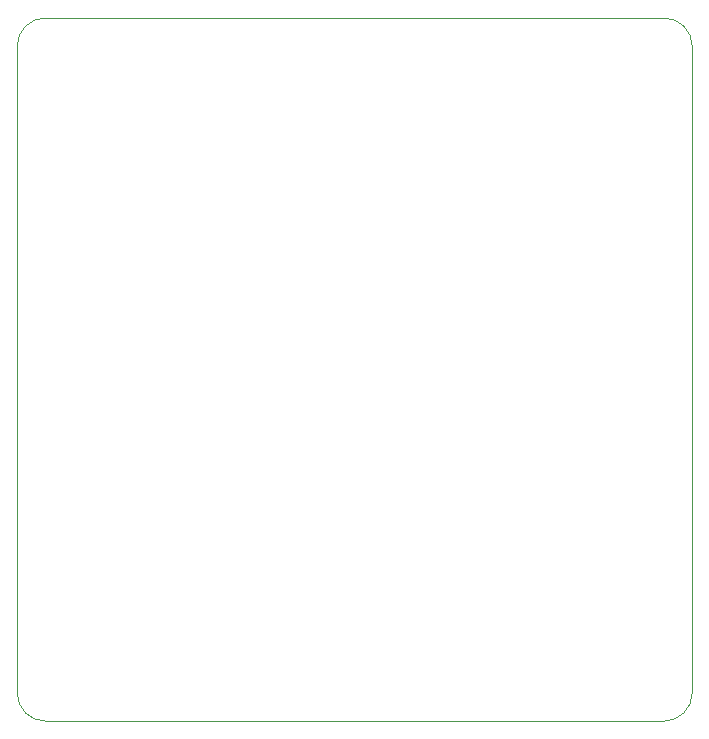
<source format=gm1>
%TF.GenerationSoftware,KiCad,Pcbnew,(5.1.6)-1*%
%TF.CreationDate,2020-10-02T01:53:22-06:00*%
%TF.ProjectId,macropad_3x3,6d616372-6f70-4616-945f-3378332e6b69,rev?*%
%TF.SameCoordinates,Original*%
%TF.FileFunction,Profile,NP*%
%FSLAX46Y46*%
G04 Gerber Fmt 4.6, Leading zero omitted, Abs format (unit mm)*
G04 Created by KiCad (PCBNEW (5.1.6)-1) date 2020-10-02 01:53:22*
%MOMM*%
%LPD*%
G01*
G04 APERTURE LIST*
%TA.AperFunction,Profile*%
%ADD10C,0.050000*%
%TD*%
G04 APERTURE END LIST*
D10*
X22225000Y-79375000D02*
X22225000Y-24606250D01*
X24606250Y-81756250D02*
G75*
G02*
X22225000Y-79375000I0J2381250D01*
G01*
X76993750Y-81756250D02*
X24606250Y-81756250D01*
X79375000Y-79375000D02*
G75*
G02*
X76993750Y-81756250I-2381250J0D01*
G01*
X79375000Y-24606250D02*
X79375000Y-79375000D01*
X76993750Y-22225000D02*
G75*
G02*
X79375000Y-24606250I0J-2381250D01*
G01*
X24606250Y-22225000D02*
X76993750Y-22225000D01*
X22225000Y-24606250D02*
G75*
G02*
X24606250Y-22225000I2381250J0D01*
G01*
M02*

</source>
